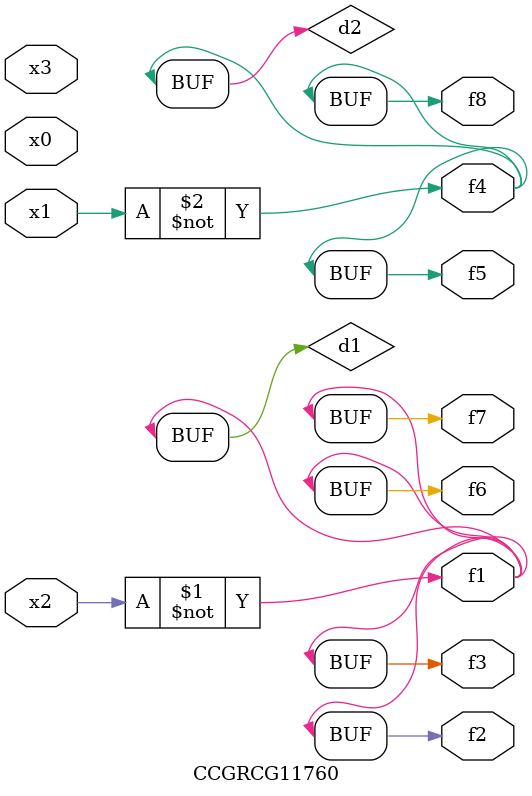
<source format=v>
module CCGRCG11760(
	input x0, x1, x2, x3,
	output f1, f2, f3, f4, f5, f6, f7, f8
);

	wire d1, d2;

	xnor (d1, x2);
	not (d2, x1);
	assign f1 = d1;
	assign f2 = d1;
	assign f3 = d1;
	assign f4 = d2;
	assign f5 = d2;
	assign f6 = d1;
	assign f7 = d1;
	assign f8 = d2;
endmodule

</source>
